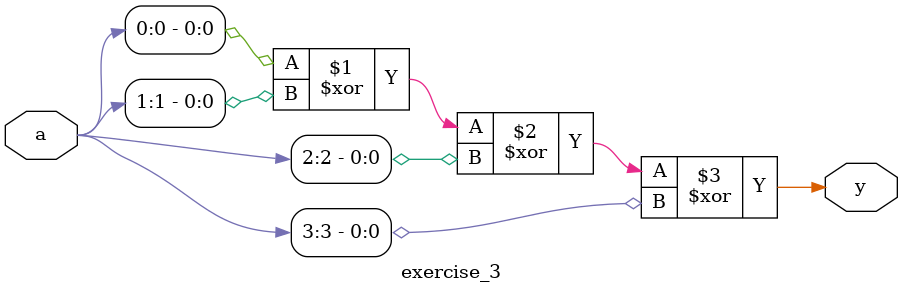
<source format=v>
module exercise_3 (
	input wire [3:0] a,
	output wire y);

	assign y = a[0] ^ a[1] ^ a[2] ^ a[3];

endmodule

</source>
